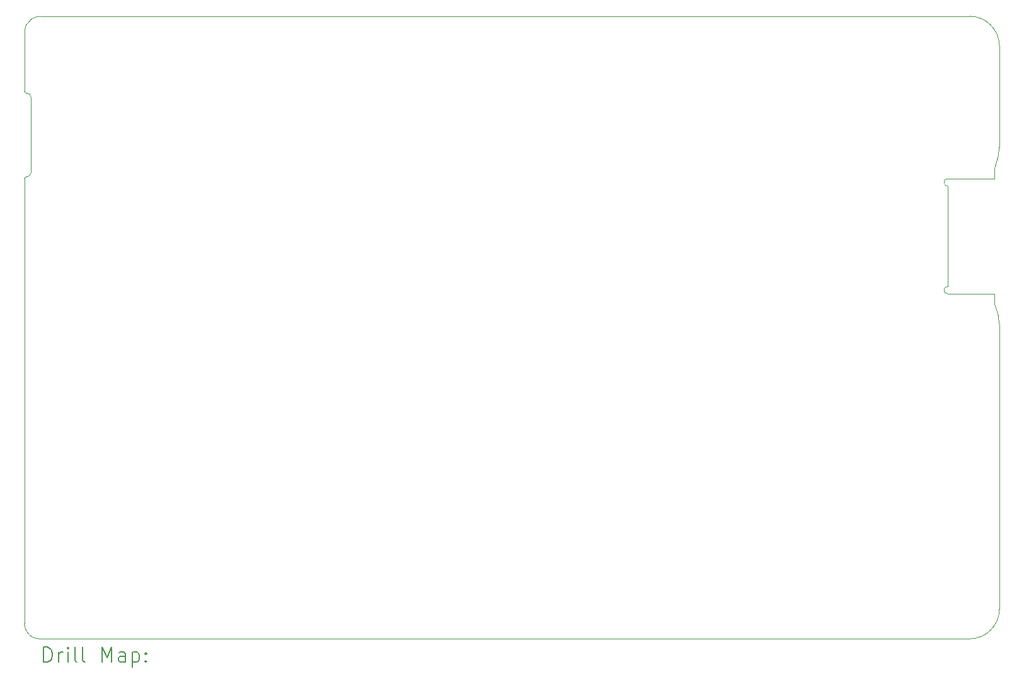
<source format=gbr>
%TF.GenerationSoftware,KiCad,Pcbnew,8.0.7*%
%TF.CreationDate,2024-12-27T23:28:03-08:00*%
%TF.ProjectId,expansionboardB,65787061-6e73-4696-9f6e-626f61726442,3*%
%TF.SameCoordinates,Original*%
%TF.FileFunction,Drillmap*%
%TF.FilePolarity,Positive*%
%FSLAX45Y45*%
G04 Gerber Fmt 4.5, Leading zero omitted, Abs format (unit mm)*
G04 Created by KiCad (PCBNEW 8.0.7) date 2024-12-27 23:28:03*
%MOMM*%
%LPD*%
G01*
G04 APERTURE LIST*
%ADD10C,0.010000*%
%ADD11C,0.200000*%
G04 APERTURE END LIST*
D10*
X2238153Y-12347410D02*
G75*
G02*
X2209801Y-12244759I171647J102650D01*
G01*
X15291236Y-8094903D02*
G75*
G02*
X15309599Y-8214711I-381706J-119817D01*
G01*
X2209800Y-6255700D02*
G75*
G02*
X2229800Y-6235700I20000J0D01*
G01*
X2413430Y-12450827D02*
X14909600Y-12450800D01*
X2295182Y-4121603D02*
G75*
G02*
X2424701Y-4074001I129518J-152397D01*
G01*
X2238153Y-12347410D02*
X2241782Y-12353478D01*
X14909600Y-4073840D02*
G75*
G02*
X15309600Y-4473843I0J-400000D01*
G01*
X2229800Y-5105400D02*
X2238700Y-5105400D01*
X2229800Y-5105400D02*
G75*
G02*
X2209800Y-5085400I0J20000D01*
G01*
X15309600Y-12050800D02*
X15309600Y-8214711D01*
X2424701Y-4073998D02*
X14909600Y-4073840D01*
X2298700Y-6175700D02*
G75*
G02*
X2238700Y-6235700I-60000J0D01*
G01*
X2298700Y-5165400D02*
X2298700Y-6175700D01*
X2413430Y-12450827D02*
G75*
G02*
X2241779Y-12353480I1J200008D01*
G01*
X2238700Y-5105400D02*
G75*
G02*
X2298700Y-5165400I0J-60000D01*
G01*
X15309600Y-5836792D02*
G75*
G02*
X15294216Y-5946653I-399990J3D01*
G01*
X15309600Y-12050800D02*
G75*
G02*
X14909600Y-12450800I-400000J0D01*
G01*
X2209979Y-4286468D02*
X2209800Y-5085400D01*
X15309600Y-5836792D02*
X15309600Y-4473843D01*
X15245200Y-6118260D02*
X15294217Y-5946654D01*
X2229800Y-6235700D02*
X2238700Y-6235700D01*
X2209800Y-6255700D02*
X2209800Y-12244759D01*
X2280458Y-4134117D02*
X2295182Y-4121603D01*
X15291236Y-8094903D02*
X15245200Y-7948260D01*
X2209979Y-4286468D02*
G75*
G02*
X2280459Y-4134119I199991J-43D01*
G01*
X14615000Y-6259000D02*
X15245000Y-6259000D01*
X14615000Y-7709000D02*
X14615000Y-6359000D01*
X15245000Y-6259000D02*
X15245000Y-6119000D01*
X15245000Y-7809000D02*
X14615000Y-7809000D01*
X15245000Y-7809000D02*
X15245000Y-7949000D01*
X14615000Y-6359000D02*
G75*
G02*
X14615000Y-6259000I0J50000D01*
G01*
X14615000Y-7809000D02*
G75*
G02*
X14615000Y-7709000I0J50000D01*
G01*
D11*
X2470077Y-12762811D02*
X2470077Y-12562811D01*
X2470077Y-12562811D02*
X2517696Y-12562811D01*
X2517696Y-12562811D02*
X2546267Y-12572335D01*
X2546267Y-12572335D02*
X2565315Y-12591383D01*
X2565315Y-12591383D02*
X2574839Y-12610430D01*
X2574839Y-12610430D02*
X2584363Y-12648525D01*
X2584363Y-12648525D02*
X2584363Y-12677097D01*
X2584363Y-12677097D02*
X2574839Y-12715192D01*
X2574839Y-12715192D02*
X2565315Y-12734240D01*
X2565315Y-12734240D02*
X2546267Y-12753287D01*
X2546267Y-12753287D02*
X2517696Y-12762811D01*
X2517696Y-12762811D02*
X2470077Y-12762811D01*
X2670077Y-12762811D02*
X2670077Y-12629478D01*
X2670077Y-12667573D02*
X2679601Y-12648525D01*
X2679601Y-12648525D02*
X2689124Y-12639002D01*
X2689124Y-12639002D02*
X2708172Y-12629478D01*
X2708172Y-12629478D02*
X2727220Y-12629478D01*
X2793886Y-12762811D02*
X2793886Y-12629478D01*
X2793886Y-12562811D02*
X2784363Y-12572335D01*
X2784363Y-12572335D02*
X2793886Y-12581859D01*
X2793886Y-12581859D02*
X2803410Y-12572335D01*
X2803410Y-12572335D02*
X2793886Y-12562811D01*
X2793886Y-12562811D02*
X2793886Y-12581859D01*
X2917696Y-12762811D02*
X2898648Y-12753287D01*
X2898648Y-12753287D02*
X2889124Y-12734240D01*
X2889124Y-12734240D02*
X2889124Y-12562811D01*
X3022458Y-12762811D02*
X3003410Y-12753287D01*
X3003410Y-12753287D02*
X2993886Y-12734240D01*
X2993886Y-12734240D02*
X2993886Y-12562811D01*
X3251029Y-12762811D02*
X3251029Y-12562811D01*
X3251029Y-12562811D02*
X3317696Y-12705668D01*
X3317696Y-12705668D02*
X3384362Y-12562811D01*
X3384362Y-12562811D02*
X3384362Y-12762811D01*
X3565315Y-12762811D02*
X3565315Y-12658049D01*
X3565315Y-12658049D02*
X3555791Y-12639002D01*
X3555791Y-12639002D02*
X3536743Y-12629478D01*
X3536743Y-12629478D02*
X3498648Y-12629478D01*
X3498648Y-12629478D02*
X3479601Y-12639002D01*
X3565315Y-12753287D02*
X3546267Y-12762811D01*
X3546267Y-12762811D02*
X3498648Y-12762811D01*
X3498648Y-12762811D02*
X3479601Y-12753287D01*
X3479601Y-12753287D02*
X3470077Y-12734240D01*
X3470077Y-12734240D02*
X3470077Y-12715192D01*
X3470077Y-12715192D02*
X3479601Y-12696145D01*
X3479601Y-12696145D02*
X3498648Y-12686621D01*
X3498648Y-12686621D02*
X3546267Y-12686621D01*
X3546267Y-12686621D02*
X3565315Y-12677097D01*
X3660553Y-12629478D02*
X3660553Y-12829478D01*
X3660553Y-12639002D02*
X3679601Y-12629478D01*
X3679601Y-12629478D02*
X3717696Y-12629478D01*
X3717696Y-12629478D02*
X3736743Y-12639002D01*
X3736743Y-12639002D02*
X3746267Y-12648525D01*
X3746267Y-12648525D02*
X3755791Y-12667573D01*
X3755791Y-12667573D02*
X3755791Y-12724716D01*
X3755791Y-12724716D02*
X3746267Y-12743764D01*
X3746267Y-12743764D02*
X3736743Y-12753287D01*
X3736743Y-12753287D02*
X3717696Y-12762811D01*
X3717696Y-12762811D02*
X3679601Y-12762811D01*
X3679601Y-12762811D02*
X3660553Y-12753287D01*
X3841505Y-12743764D02*
X3851029Y-12753287D01*
X3851029Y-12753287D02*
X3841505Y-12762811D01*
X3841505Y-12762811D02*
X3831982Y-12753287D01*
X3831982Y-12753287D02*
X3841505Y-12743764D01*
X3841505Y-12743764D02*
X3841505Y-12762811D01*
X3841505Y-12639002D02*
X3851029Y-12648525D01*
X3851029Y-12648525D02*
X3841505Y-12658049D01*
X3841505Y-12658049D02*
X3831982Y-12648525D01*
X3831982Y-12648525D02*
X3841505Y-12639002D01*
X3841505Y-12639002D02*
X3841505Y-12658049D01*
M02*

</source>
